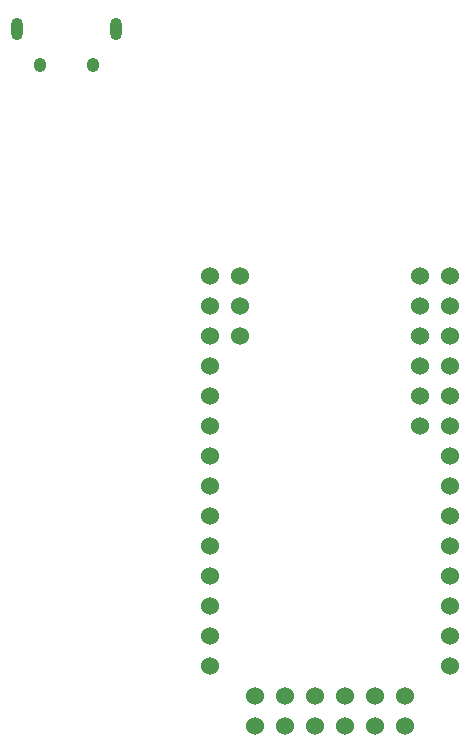
<source format=gbs>
G04 #@! TF.GenerationSoftware,KiCad,Pcbnew,(5.1.10)-1*
G04 #@! TF.CreationDate,2022-09-08T14:44:36+02:00*
G04 #@! TF.ProjectId,gbCartridge,67624361-7274-4726-9964-67652e6b6963,rev?*
G04 #@! TF.SameCoordinates,Original*
G04 #@! TF.FileFunction,Soldermask,Bot*
G04 #@! TF.FilePolarity,Negative*
%FSLAX46Y46*%
G04 Gerber Fmt 4.6, Leading zero omitted, Abs format (unit mm)*
G04 Created by KiCad (PCBNEW (5.1.10)-1) date 2022-09-08 14:44:36*
%MOMM*%
%LPD*%
G01*
G04 APERTURE LIST*
%ADD10C,1.524000*%
%ADD11O,1.000000X1.900000*%
%ADD12O,1.050000X1.250000*%
G04 APERTURE END LIST*
D10*
X108966000Y-156972000D03*
X111506000Y-156972000D03*
X114046000Y-156972000D03*
X116586000Y-156972000D03*
X119126000Y-156972000D03*
X121666000Y-156972000D03*
X108966000Y-154432000D03*
X111506000Y-154432000D03*
X114046000Y-154432000D03*
X116586000Y-154432000D03*
X119126000Y-154432000D03*
X121666000Y-154432000D03*
X122936000Y-131572000D03*
X122936000Y-129032000D03*
X122936000Y-126492000D03*
X122936000Y-123952000D03*
X122936000Y-121412000D03*
X122936000Y-118872000D03*
X107696000Y-123952000D03*
X107696000Y-121412000D03*
X107696000Y-118872000D03*
X125476000Y-118872000D03*
X125476000Y-121412000D03*
X125476000Y-123952000D03*
X125476000Y-126492000D03*
X125476000Y-129032000D03*
X125476000Y-131572000D03*
X125476000Y-134112000D03*
X125476000Y-136652000D03*
X125476000Y-139192000D03*
X125476000Y-141732000D03*
X125476000Y-144272000D03*
X125476000Y-146812000D03*
X125476000Y-149352000D03*
X125476000Y-151892000D03*
X105156000Y-151892000D03*
X105156000Y-149352000D03*
X105156000Y-146812000D03*
X105156000Y-144272000D03*
X105156000Y-141732000D03*
X105156000Y-139192000D03*
X105156000Y-136652000D03*
X105156000Y-134112000D03*
X105156000Y-131572000D03*
X105156000Y-129032000D03*
X105156000Y-126492000D03*
X105156000Y-123952000D03*
X105156000Y-121412000D03*
X105156000Y-118872000D03*
D11*
X88789000Y-97967800D03*
X97139000Y-97967800D03*
D12*
X90739000Y-100967800D03*
X95189000Y-100967800D03*
M02*

</source>
